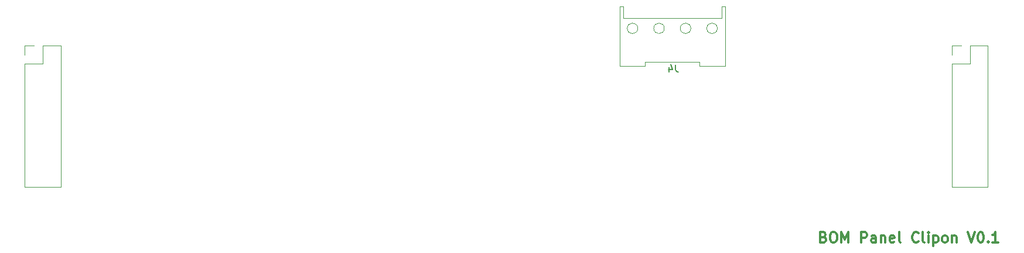
<source format=gbr>
G04 #@! TF.GenerationSoftware,KiCad,Pcbnew,(5.1.4)-1*
G04 #@! TF.CreationDate,2021-01-03T10:51:31-08:00*
G04 #@! TF.ProjectId,BOMPanelClipon,424f4d50-616e-4656-9c43-6c69706f6e2e,rev?*
G04 #@! TF.SameCoordinates,Original*
G04 #@! TF.FileFunction,Legend,Bot*
G04 #@! TF.FilePolarity,Positive*
%FSLAX46Y46*%
G04 Gerber Fmt 4.6, Leading zero omitted, Abs format (unit mm)*
G04 Created by KiCad (PCBNEW (5.1.4)-1) date 2021-01-03 10:51:31*
%MOMM*%
%LPD*%
G04 APERTURE LIST*
%ADD10C,0.300000*%
%ADD11C,0.120000*%
%ADD12C,0.150000*%
G04 APERTURE END LIST*
D10*
X45842857Y-17492857D02*
X46057142Y-17564285D01*
X46128571Y-17635714D01*
X46200000Y-17778571D01*
X46200000Y-17992857D01*
X46128571Y-18135714D01*
X46057142Y-18207142D01*
X45914285Y-18278571D01*
X45342857Y-18278571D01*
X45342857Y-16778571D01*
X45842857Y-16778571D01*
X45985714Y-16850000D01*
X46057142Y-16921428D01*
X46128571Y-17064285D01*
X46128571Y-17207142D01*
X46057142Y-17350000D01*
X45985714Y-17421428D01*
X45842857Y-17492857D01*
X45342857Y-17492857D01*
X47128571Y-16778571D02*
X47414285Y-16778571D01*
X47557142Y-16850000D01*
X47700000Y-16992857D01*
X47771428Y-17278571D01*
X47771428Y-17778571D01*
X47700000Y-18064285D01*
X47557142Y-18207142D01*
X47414285Y-18278571D01*
X47128571Y-18278571D01*
X46985714Y-18207142D01*
X46842857Y-18064285D01*
X46771428Y-17778571D01*
X46771428Y-17278571D01*
X46842857Y-16992857D01*
X46985714Y-16850000D01*
X47128571Y-16778571D01*
X48414285Y-18278571D02*
X48414285Y-16778571D01*
X48914285Y-17850000D01*
X49414285Y-16778571D01*
X49414285Y-18278571D01*
X51271428Y-18278571D02*
X51271428Y-16778571D01*
X51842857Y-16778571D01*
X51985714Y-16850000D01*
X52057142Y-16921428D01*
X52128571Y-17064285D01*
X52128571Y-17278571D01*
X52057142Y-17421428D01*
X51985714Y-17492857D01*
X51842857Y-17564285D01*
X51271428Y-17564285D01*
X53414285Y-18278571D02*
X53414285Y-17492857D01*
X53342857Y-17350000D01*
X53200000Y-17278571D01*
X52914285Y-17278571D01*
X52771428Y-17350000D01*
X53414285Y-18207142D02*
X53271428Y-18278571D01*
X52914285Y-18278571D01*
X52771428Y-18207142D01*
X52700000Y-18064285D01*
X52700000Y-17921428D01*
X52771428Y-17778571D01*
X52914285Y-17707142D01*
X53271428Y-17707142D01*
X53414285Y-17635714D01*
X54128571Y-17278571D02*
X54128571Y-18278571D01*
X54128571Y-17421428D02*
X54200000Y-17350000D01*
X54342857Y-17278571D01*
X54557142Y-17278571D01*
X54700000Y-17350000D01*
X54771428Y-17492857D01*
X54771428Y-18278571D01*
X56057142Y-18207142D02*
X55914285Y-18278571D01*
X55628571Y-18278571D01*
X55485714Y-18207142D01*
X55414285Y-18064285D01*
X55414285Y-17492857D01*
X55485714Y-17350000D01*
X55628571Y-17278571D01*
X55914285Y-17278571D01*
X56057142Y-17350000D01*
X56128571Y-17492857D01*
X56128571Y-17635714D01*
X55414285Y-17778571D01*
X56985714Y-18278571D02*
X56842857Y-18207142D01*
X56771428Y-18064285D01*
X56771428Y-16778571D01*
X59557142Y-18135714D02*
X59485714Y-18207142D01*
X59271428Y-18278571D01*
X59128571Y-18278571D01*
X58914285Y-18207142D01*
X58771428Y-18064285D01*
X58699999Y-17921428D01*
X58628571Y-17635714D01*
X58628571Y-17421428D01*
X58699999Y-17135714D01*
X58771428Y-16992857D01*
X58914285Y-16850000D01*
X59128571Y-16778571D01*
X59271428Y-16778571D01*
X59485714Y-16850000D01*
X59557142Y-16921428D01*
X60414285Y-18278571D02*
X60271428Y-18207142D01*
X60199999Y-18064285D01*
X60199999Y-16778571D01*
X60985714Y-18278571D02*
X60985714Y-17278571D01*
X60985714Y-16778571D02*
X60914285Y-16850000D01*
X60985714Y-16921428D01*
X61057142Y-16850000D01*
X60985714Y-16778571D01*
X60985714Y-16921428D01*
X61699999Y-17278571D02*
X61699999Y-18778571D01*
X61699999Y-17350000D02*
X61842857Y-17278571D01*
X62128571Y-17278571D01*
X62271428Y-17350000D01*
X62342857Y-17421428D01*
X62414285Y-17564285D01*
X62414285Y-17992857D01*
X62342857Y-18135714D01*
X62271428Y-18207142D01*
X62128571Y-18278571D01*
X61842857Y-18278571D01*
X61699999Y-18207142D01*
X63271428Y-18278571D02*
X63128571Y-18207142D01*
X63057142Y-18135714D01*
X62985714Y-17992857D01*
X62985714Y-17564285D01*
X63057142Y-17421428D01*
X63128571Y-17350000D01*
X63271428Y-17278571D01*
X63485714Y-17278571D01*
X63628571Y-17350000D01*
X63700000Y-17421428D01*
X63771428Y-17564285D01*
X63771428Y-17992857D01*
X63700000Y-18135714D01*
X63628571Y-18207142D01*
X63485714Y-18278571D01*
X63271428Y-18278571D01*
X64414285Y-17278571D02*
X64414285Y-18278571D01*
X64414285Y-17421428D02*
X64485714Y-17350000D01*
X64628571Y-17278571D01*
X64842857Y-17278571D01*
X64985714Y-17350000D01*
X65057142Y-17492857D01*
X65057142Y-18278571D01*
X66700000Y-16778571D02*
X67200000Y-18278571D01*
X67700000Y-16778571D01*
X68485714Y-16778571D02*
X68628571Y-16778571D01*
X68771428Y-16850000D01*
X68842857Y-16921428D01*
X68914285Y-17064285D01*
X68985714Y-17350000D01*
X68985714Y-17707142D01*
X68914285Y-17992857D01*
X68842857Y-18135714D01*
X68771428Y-18207142D01*
X68628571Y-18278571D01*
X68485714Y-18278571D01*
X68342857Y-18207142D01*
X68271428Y-18135714D01*
X68200000Y-17992857D01*
X68128571Y-17707142D01*
X68128571Y-17350000D01*
X68200000Y-17064285D01*
X68271428Y-16921428D01*
X68342857Y-16850000D01*
X68485714Y-16778571D01*
X69628571Y-18135714D02*
X69700000Y-18207142D01*
X69628571Y-18278571D01*
X69557142Y-18207142D01*
X69628571Y-18135714D01*
X69628571Y-18278571D01*
X71128571Y-18278571D02*
X70271428Y-18278571D01*
X70700000Y-18278571D02*
X70700000Y-16778571D01*
X70557142Y-16992857D01*
X70414285Y-17135714D01*
X70271428Y-17207142D01*
D11*
X31600000Y7289000D02*
X31600000Y15925000D01*
X31092000Y14223200D02*
X16868000Y14223200D01*
X16360000Y7289000D02*
X16360000Y15925000D01*
X18992000Y12750000D02*
G75*
G03X18992000Y12750000I-762000J0D01*
G01*
X22825333Y12750000D02*
G75*
G03X22825333Y12750000I-762000J0D01*
G01*
X26658667Y12750000D02*
G75*
G03X26658667Y12750000I-762000J0D01*
G01*
X30492000Y12750000D02*
G75*
G03X30492000Y12750000I-762000J0D01*
G01*
X16360000Y15925000D02*
X16868000Y15925000D01*
X16868000Y15925000D02*
X16868000Y14223200D01*
X31600000Y15925000D02*
X31092000Y15925000D01*
X31092000Y15925000D02*
X31092000Y14223200D01*
X20017600Y7289000D02*
X20017600Y7924000D01*
X20017600Y7924000D02*
X27942400Y7924000D01*
X27942400Y7924000D02*
X27942400Y7289000D01*
X16360000Y7289000D02*
X20017600Y7289000D01*
X31600000Y7289000D02*
X27942400Y7289000D01*
X-68270000Y10220000D02*
X-69600000Y10220000D01*
X-69600000Y10220000D02*
X-69600000Y8890000D01*
X-67000000Y10220000D02*
X-67000000Y7620000D01*
X-67000000Y7620000D02*
X-69600000Y7620000D01*
X-69600000Y7620000D02*
X-69600000Y-10220000D01*
X-64400000Y-10220000D02*
X-69600000Y-10220000D01*
X-64400000Y10220000D02*
X-64400000Y-10220000D01*
X-64400000Y10220000D02*
X-67000000Y10220000D01*
X69600000Y10220000D02*
X67000000Y10220000D01*
X69600000Y10220000D02*
X69600000Y-10220000D01*
X69600000Y-10220000D02*
X64400000Y-10220000D01*
X64400000Y7620000D02*
X64400000Y-10220000D01*
X67000000Y7620000D02*
X64400000Y7620000D01*
X67000000Y10220000D02*
X67000000Y7620000D01*
X64400000Y10220000D02*
X64400000Y8890000D01*
X65730000Y10220000D02*
X64400000Y10220000D01*
D12*
X24440333Y7455619D02*
X24440333Y6741333D01*
X24487952Y6598476D01*
X24583190Y6503238D01*
X24726047Y6455619D01*
X24821285Y6455619D01*
X23535571Y7122285D02*
X23535571Y6455619D01*
X23773666Y7503238D02*
X24011761Y6788952D01*
X23392714Y6788952D01*
M02*

</source>
